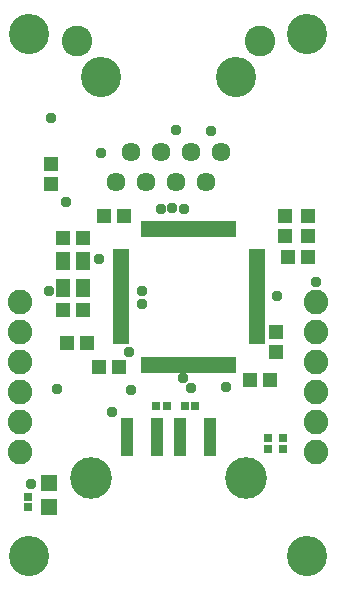
<source format=gbr>
G04 EAGLE Gerber RS-274X export*
G75*
%MOMM*%
%FSLAX34Y34*%
%LPD*%
%INSoldermask Top*%
%IPPOS*%
%AMOC8*
5,1,8,0,0,1.08239X$1,22.5*%
G01*
%ADD10C,3.403200*%
%ADD11R,1.303200X1.203200*%
%ADD12R,1.203200X1.303200*%
%ADD13R,1.403200X1.403200*%
%ADD14C,1.611200*%
%ADD15C,2.603200*%
%ADD16R,0.803200X0.803200*%
%ADD17R,1.403200X0.503200*%
%ADD18R,0.503200X1.403200*%
%ADD19R,1.303200X1.503200*%
%ADD20C,3.530600*%
%ADD21R,1.103200X3.203200*%
%ADD22C,2.082800*%
%ADD23C,0.959600*%


D10*
X25400Y467360D03*
X260858Y467360D03*
X260858Y25400D03*
X25400Y25400D03*
D11*
X244738Y278384D03*
X261738Y278384D03*
D12*
X241808Y296300D03*
X241808Y313300D03*
D11*
X101210Y185420D03*
X84210Y185420D03*
D12*
X261366Y296300D03*
X261366Y313300D03*
D11*
X74286Y205740D03*
X57286Y205740D03*
X229226Y174244D03*
X212226Y174244D03*
X54238Y294132D03*
X71238Y294132D03*
X71238Y233680D03*
X54238Y233680D03*
D12*
X234442Y198256D03*
X234442Y215256D03*
D11*
X105782Y313436D03*
X88782Y313436D03*
D13*
X42164Y66462D03*
X42164Y87462D03*
D10*
X200279Y430784D03*
X85979Y430784D03*
D14*
X98679Y341884D03*
X124079Y341884D03*
X149479Y341884D03*
X174879Y341884D03*
X162179Y367284D03*
X136779Y367284D03*
X111379Y367284D03*
X187579Y367284D03*
D15*
X220629Y461284D03*
X65629Y461284D03*
D16*
X23876Y75366D03*
X23876Y66366D03*
X141914Y152400D03*
X132914Y152400D03*
X165790Y152400D03*
X156790Y152400D03*
D17*
X102774Y282356D03*
X102774Y277356D03*
X102774Y272356D03*
X102774Y267356D03*
X102774Y262356D03*
X102774Y257356D03*
X102774Y252356D03*
X102774Y247356D03*
X102774Y242356D03*
X102774Y237356D03*
X102774Y232356D03*
X102774Y227356D03*
X102774Y222356D03*
X102774Y217356D03*
X102774Y212356D03*
X102774Y207356D03*
D18*
X122774Y187356D03*
X127774Y187356D03*
X132774Y187356D03*
X137774Y187356D03*
X142774Y187356D03*
X147774Y187356D03*
X152774Y187356D03*
X157774Y187356D03*
X162774Y187356D03*
X167774Y187356D03*
X172774Y187356D03*
X177774Y187356D03*
X182774Y187356D03*
X187774Y187356D03*
X192774Y187356D03*
X197774Y187356D03*
D17*
X217774Y207356D03*
X217774Y212356D03*
X217774Y217356D03*
X217774Y222356D03*
X217774Y227356D03*
X217774Y232356D03*
X217774Y237356D03*
X217774Y242356D03*
X217774Y247356D03*
X217774Y252356D03*
X217774Y257356D03*
X217774Y262356D03*
X217774Y267356D03*
X217774Y272356D03*
X217774Y277356D03*
X217774Y282356D03*
D18*
X197774Y302356D03*
X192774Y302356D03*
X187774Y302356D03*
X182774Y302356D03*
X177774Y302356D03*
X172774Y302356D03*
X167774Y302356D03*
X162774Y302356D03*
X157774Y302356D03*
X152774Y302356D03*
X147774Y302356D03*
X142774Y302356D03*
X137774Y302356D03*
X132774Y302356D03*
X127774Y302356D03*
X122774Y302356D03*
D19*
X71136Y274828D03*
X71136Y251828D03*
X54136Y251828D03*
X54136Y274828D03*
D12*
X43688Y340242D03*
X43688Y357242D03*
D16*
X227076Y125150D03*
X227076Y116150D03*
X240538Y116150D03*
X240538Y125150D03*
D20*
X208788Y91440D03*
X77470Y91440D03*
D21*
X133129Y125940D03*
X108129Y125940D03*
X153129Y125940D03*
X178129Y125940D03*
D22*
X268478Y113030D03*
X268478Y138430D03*
X268478Y163830D03*
X268478Y189230D03*
X268478Y214630D03*
X268478Y240030D03*
X17780Y113030D03*
X17780Y138430D03*
X17780Y163830D03*
X17780Y189230D03*
X17780Y214630D03*
X17780Y240030D03*
D23*
X234950Y245364D03*
X149606Y385572D03*
X179324Y385318D03*
X84074Y277114D03*
X109474Y198120D03*
X41910Y249428D03*
X95504Y147320D03*
X43434Y396494D03*
X111760Y165862D03*
X56642Y325374D03*
X48514Y166370D03*
X146558Y320040D03*
X136906Y319278D03*
X86106Y366776D03*
X267970Y257556D03*
X156718Y319024D03*
X162560Y167386D03*
X155702Y175768D03*
X120904Y249936D03*
X120904Y239014D03*
X192024Y168148D03*
X27178Y86614D03*
M02*

</source>
